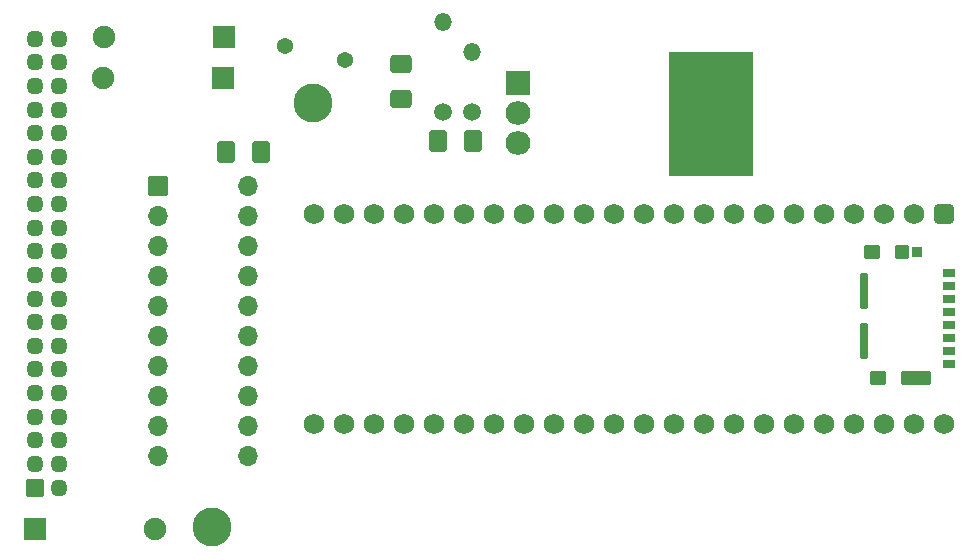
<source format=gbr>
%TF.GenerationSoftware,KiCad,Pcbnew,(6.0.2)*%
%TF.CreationDate,2022-07-01T05:11:33-06:00*%
%TF.ProjectId,PowerBook_F4Lite_THTV1,506f7765-7242-46f6-9f6b-5f46344c6974,rev?*%
%TF.SameCoordinates,Original*%
%TF.FileFunction,Soldermask,Top*%
%TF.FilePolarity,Negative*%
%FSLAX46Y46*%
G04 Gerber Fmt 4.6, Leading zero omitted, Abs format (unit mm)*
G04 Created by KiCad (PCBNEW (6.0.2)) date 2022-07-01 05:11:33*
%MOMM*%
%LPD*%
G01*
G04 APERTURE LIST*
G04 Aperture macros list*
%AMRoundRect*
0 Rectangle with rounded corners*
0 $1 Rounding radius*
0 $2 $3 $4 $5 $6 $7 $8 $9 X,Y pos of 4 corners*
0 Add a 4 corners polygon primitive as box body*
4,1,4,$2,$3,$4,$5,$6,$7,$8,$9,$2,$3,0*
0 Add four circle primitives for the rounded corners*
1,1,$1+$1,$2,$3*
1,1,$1+$1,$4,$5*
1,1,$1+$1,$6,$7*
1,1,$1+$1,$8,$9*
0 Add four rect primitives between the rounded corners*
20,1,$1+$1,$2,$3,$4,$5,0*
20,1,$1+$1,$4,$5,$6,$7,0*
20,1,$1+$1,$6,$7,$8,$9,0*
20,1,$1+$1,$8,$9,$2,$3,0*%
G04 Aperture macros list end*
%ADD10C,0.100000*%
%ADD11RoundRect,0.050000X0.540000X-0.525000X0.540000X0.525000X-0.540000X0.525000X-0.540000X-0.525000X0*%
%ADD12RoundRect,0.050000X0.600000X-0.525000X0.600000X0.525000X-0.600000X0.525000X-0.600000X-0.525000X0*%
%ADD13RoundRect,0.050000X1.195000X-0.525000X1.195000X0.525000X-1.195000X0.525000X-1.195000X-0.525000X0*%
%ADD14RoundRect,0.050000X0.390000X-0.360000X0.390000X0.360000X-0.390000X0.360000X-0.390000X-0.360000X0*%
%ADD15RoundRect,0.050000X0.500000X-0.250000X0.500000X0.250000X-0.500000X0.250000X-0.500000X-0.250000X0*%
%ADD16RoundRect,0.050000X0.275000X-1.455000X0.275000X1.455000X-0.275000X1.455000X-0.275000X-1.455000X0*%
%ADD17RoundRect,0.050000X0.675000X0.675000X-0.675000X0.675000X-0.675000X-0.675000X0.675000X-0.675000X0*%
%ADD18O,1.450000X1.450000*%
%ADD19C,3.300000*%
%ADD20RoundRect,0.300001X0.462499X0.624999X-0.462499X0.624999X-0.462499X-0.624999X0.462499X-0.624999X0*%
%ADD21RoundRect,0.300001X0.624999X-0.462499X0.624999X0.462499X-0.624999X0.462499X-0.624999X-0.462499X0*%
%ADD22RoundRect,0.300001X-0.462499X-0.624999X0.462499X-0.624999X0.462499X0.624999X-0.462499X0.624999X0*%
%ADD23RoundRect,0.050000X-0.900000X-0.900000X0.900000X-0.900000X0.900000X0.900000X-0.900000X0.900000X0*%
%ADD24O,1.900000X1.900000*%
%ADD25RoundRect,0.050000X0.900000X0.900000X-0.900000X0.900000X-0.900000X-0.900000X0.900000X-0.900000X0*%
%ADD26C,1.500000*%
%ADD27O,1.500000X1.500000*%
%ADD28O,3.600000X3.600000*%
%ADD29RoundRect,0.050000X-1.000000X0.952500X-1.000000X-0.952500X1.000000X-0.952500X1.000000X0.952500X0*%
%ADD30O,2.100000X2.005000*%
%ADD31RoundRect,0.050000X-0.800000X-0.800000X0.800000X-0.800000X0.800000X0.800000X-0.800000X0.800000X0*%
%ADD32O,1.700000X1.700000*%
%ADD33C,1.370000*%
%ADD34RoundRect,0.462500X-0.412500X0.412500X-0.412500X-0.412500X0.412500X-0.412500X0.412500X0.412500X0*%
%ADD35C,1.750000*%
G04 APERTURE END LIST*
D10*
X128963420Y-74472800D02*
X121935240Y-74472800D01*
X121935240Y-74472800D02*
X121935240Y-64005460D01*
X121935240Y-64005460D02*
X128963420Y-64005460D01*
X128963420Y-64005460D02*
X128963420Y-74472800D01*
G36*
X128963420Y-74472800D02*
G01*
X121935240Y-74472800D01*
X121935240Y-64005460D01*
X128963420Y-64005460D01*
X128963420Y-74472800D01*
G37*
X128963420Y-74472800D02*
X121935240Y-74472800D01*
X121935240Y-64005460D01*
X128963420Y-64005460D01*
X128963420Y-74472800D01*
D11*
%TO.C,SD1*%
X141675000Y-80995000D03*
D12*
X139065000Y-80985000D03*
D13*
X142820000Y-91630000D03*
D12*
X139635000Y-91630000D03*
D14*
X142945000Y-80995000D03*
D15*
X145625000Y-90455000D03*
X145625000Y-89355000D03*
X145625000Y-88255000D03*
X145625000Y-87155000D03*
X145625000Y-86055000D03*
X145625000Y-84955000D03*
X145625000Y-83855000D03*
X145625000Y-82755000D03*
D16*
X138390000Y-88450000D03*
X138390000Y-84260000D03*
%TD*%
D17*
%TO.C,J2*%
X68232020Y-100892940D03*
D18*
X70232020Y-100892940D03*
X68232020Y-98892940D03*
X70232020Y-98892940D03*
X68232020Y-96892940D03*
X70232020Y-96892940D03*
X68232020Y-94892940D03*
X70232020Y-94892940D03*
X68232020Y-92892940D03*
X70232020Y-92892940D03*
X68232020Y-90892940D03*
X70232020Y-90892940D03*
X68232020Y-88892940D03*
X70232020Y-88892940D03*
X68232020Y-86892940D03*
X70232020Y-86892940D03*
X70232020Y-84892940D03*
X68232020Y-82892940D03*
X70232020Y-82892940D03*
X68232020Y-80892940D03*
X70232020Y-80892940D03*
X68232020Y-78892940D03*
X70232020Y-78892940D03*
X68232020Y-76892940D03*
X70232020Y-76892940D03*
X68232020Y-74892940D03*
X70232020Y-74892940D03*
X68232020Y-72892940D03*
X70232020Y-72892940D03*
X68232020Y-70892940D03*
X70232020Y-70892940D03*
X68232020Y-68892940D03*
X70232020Y-68892940D03*
X68232020Y-66892940D03*
X70232020Y-66892940D03*
X68232020Y-64892940D03*
X70232020Y-64892940D03*
X68232020Y-62892940D03*
X70232020Y-62892940D03*
X68232020Y-84892940D03*
%TD*%
D19*
%TO.C,REF\u002A\u002A*%
X83245960Y-104251760D03*
%TD*%
%TO.C,REF\u002A\u002A*%
X91737180Y-68353940D03*
%TD*%
D20*
%TO.C,C1*%
X105340054Y-71538633D03*
X102365054Y-71538633D03*
%TD*%
D21*
%TO.C,C2*%
X99233895Y-67997873D03*
X99233895Y-65022873D03*
%TD*%
D22*
%TO.C,C3*%
X84400060Y-72450960D03*
X87375060Y-72450960D03*
%TD*%
D23*
%TO.C,D2*%
X68196460Y-104406700D03*
D24*
X78356460Y-104406700D03*
%TD*%
D25*
%TO.C,D3*%
X84173060Y-66179700D03*
D24*
X74013060Y-66179700D03*
%TD*%
D26*
%TO.C,R1*%
X102802594Y-69135792D03*
D27*
X102802594Y-61515792D03*
%TD*%
D26*
%TO.C,R2*%
X105261315Y-69135793D03*
D27*
X105261315Y-64055793D03*
%TD*%
D28*
%TO.C,U1*%
X125794815Y-69148493D03*
D29*
X109134815Y-66608493D03*
D30*
X109134815Y-69148493D03*
X109134815Y-71688493D03*
%TD*%
D31*
%TO.C,U2*%
X78689200Y-75402440D03*
D32*
X78689200Y-77942440D03*
X78689200Y-80482440D03*
X78689200Y-83022440D03*
X78689200Y-85562440D03*
X78689200Y-88102440D03*
X78689200Y-90642440D03*
X78689200Y-93182440D03*
X78689200Y-95722440D03*
X78689200Y-98262440D03*
X86309200Y-98262440D03*
X86309200Y-95722440D03*
X86309200Y-93182440D03*
X86309200Y-90642440D03*
X86309200Y-88102440D03*
X86309200Y-85562440D03*
X86309200Y-83022440D03*
X86309200Y-80482440D03*
X86309200Y-77942440D03*
X86309200Y-75402440D03*
%TD*%
D25*
%TO.C,D1*%
X84218780Y-62720220D03*
D24*
X74058780Y-62720220D03*
%TD*%
D33*
%TO.C,F1*%
X89372440Y-63545720D03*
X94452440Y-64688720D03*
%TD*%
D34*
%TO.C,U3*%
X145211800Y-77739240D03*
D35*
X142671800Y-77739240D03*
X140131800Y-77739240D03*
X137591800Y-77739240D03*
X135051800Y-77739240D03*
X132511800Y-77739240D03*
X129971800Y-77739240D03*
X127431800Y-77739240D03*
X124891800Y-77739240D03*
X122351800Y-77739240D03*
X119811800Y-77739240D03*
X117271800Y-77739240D03*
X114731800Y-77739240D03*
X112191800Y-77739240D03*
X109651800Y-77739240D03*
X107111800Y-77739240D03*
X104571800Y-77739240D03*
X102031800Y-77739240D03*
X99491800Y-77739240D03*
X96951800Y-77739240D03*
X94411800Y-77739240D03*
X91871800Y-77739240D03*
X91871800Y-95519240D03*
X94411800Y-95519240D03*
X96951800Y-95519240D03*
X99491800Y-95519240D03*
X102031800Y-95519240D03*
X104571800Y-95519240D03*
X107111800Y-95519240D03*
X109651800Y-95519240D03*
X112191800Y-95519240D03*
X114731800Y-95519240D03*
X117271800Y-95519240D03*
X119811800Y-95519240D03*
X122351800Y-95519240D03*
X124891800Y-95519240D03*
X127431800Y-95519240D03*
X129971800Y-95519240D03*
X132511800Y-95519240D03*
X135051800Y-95519240D03*
X137591800Y-95519240D03*
X140131800Y-95519240D03*
X142671800Y-95519240D03*
X145211800Y-95519240D03*
%TD*%
M02*

</source>
